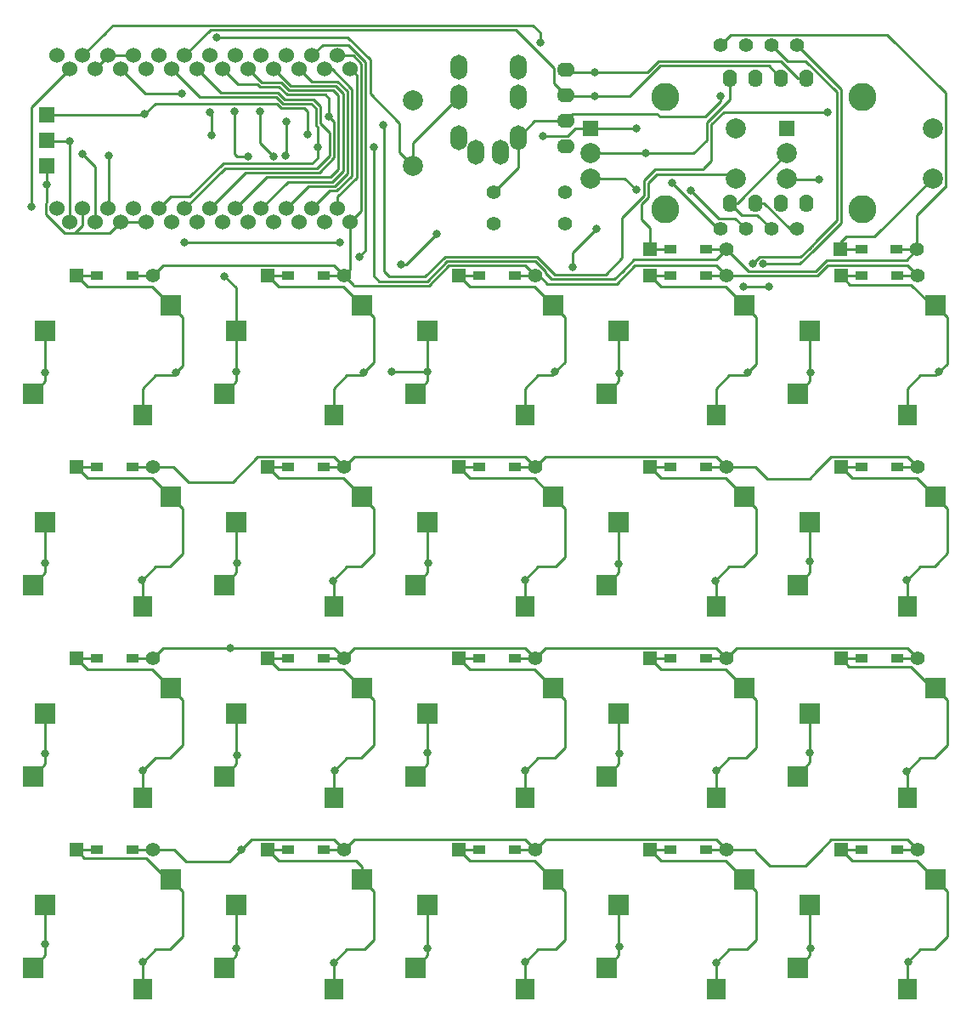
<source format=gbr>
G04 #@! TF.GenerationSoftware,KiCad,Pcbnew,(5.1.6-0-10_14)*
G04 #@! TF.CreationDate,2023-01-09T16:28:48+09:00*
G04 #@! TF.ProjectId,cool644,636f6f6c-3634-4342-9e6b-696361645f70,rev?*
G04 #@! TF.SameCoordinates,Original*
G04 #@! TF.FileFunction,Copper,L2,Bot*
G04 #@! TF.FilePolarity,Positive*
%FSLAX46Y46*%
G04 Gerber Fmt 4.6, Leading zero omitted, Abs format (unit mm)*
G04 Created by KiCad (PCBNEW (5.1.6-0-10_14)) date 2023-01-09 16:28:48*
%MOMM*%
%LPD*%
G01*
G04 APERTURE LIST*
G04 #@! TA.AperFunction,SMDPad,CuDef*
%ADD10R,2.000000X2.000000*%
G04 #@! TD*
G04 #@! TA.AperFunction,SMDPad,CuDef*
%ADD11R,1.900000X2.000000*%
G04 #@! TD*
G04 #@! TA.AperFunction,ComponentPad*
%ADD12C,1.397000*%
G04 #@! TD*
G04 #@! TA.AperFunction,ComponentPad*
%ADD13R,1.397000X1.397000*%
G04 #@! TD*
G04 #@! TA.AperFunction,SMDPad,CuDef*
%ADD14R,1.300000X0.950000*%
G04 #@! TD*
G04 #@! TA.AperFunction,ComponentPad*
%ADD15O,1.700000X2.500000*%
G04 #@! TD*
G04 #@! TA.AperFunction,ComponentPad*
%ADD16C,2.000000*%
G04 #@! TD*
G04 #@! TA.AperFunction,ComponentPad*
%ADD17O,1.778000X1.397000*%
G04 #@! TD*
G04 #@! TA.AperFunction,ComponentPad*
%ADD18C,1.524000*%
G04 #@! TD*
G04 #@! TA.AperFunction,SMDPad,CuDef*
%ADD19R,1.524000X1.524000*%
G04 #@! TD*
G04 #@! TA.AperFunction,ComponentPad*
%ADD20R,1.500000X1.500000*%
G04 #@! TD*
G04 #@! TA.AperFunction,ComponentPad*
%ADD21C,2.800000*%
G04 #@! TD*
G04 #@! TA.AperFunction,ComponentPad*
%ADD22O,1.397000X1.778000*%
G04 #@! TD*
G04 #@! TA.AperFunction,ViaPad*
%ADD23C,0.800000*%
G04 #@! TD*
G04 #@! TA.AperFunction,Conductor*
%ADD24C,0.250000*%
G04 #@! TD*
G04 APERTURE END LIST*
D10*
X-8100000Y-3700000D03*
D11*
X2800000Y-5900000D03*
D10*
X-6900000Y2540000D03*
X5600000Y5080000D03*
X30000000Y-3700000D03*
D11*
X40900000Y-5900000D03*
D10*
X31200000Y2540000D03*
X43700000Y5080000D03*
D12*
X41910000Y8000000D03*
D13*
X34290000Y8000000D03*
D14*
X36325000Y8000000D03*
X39875000Y8000000D03*
D12*
X60960000Y8000000D03*
D13*
X53340000Y8000000D03*
D14*
X55375000Y8000000D03*
X58925000Y8000000D03*
D12*
X80010000Y8000000D03*
D13*
X72390000Y8000000D03*
D14*
X74425000Y8000000D03*
X77975000Y8000000D03*
D12*
X22860000Y8000000D03*
D13*
X15240000Y8000000D03*
D14*
X17275000Y8000000D03*
X20825000Y8000000D03*
D10*
X81800000Y5080000D03*
X69300000Y2540000D03*
D11*
X79000000Y-5900000D03*
D10*
X68100000Y-3700000D03*
D15*
X34280000Y21770000D03*
X38480000Y20270000D03*
X34280000Y28770000D03*
X34280000Y25770000D03*
X40230000Y28770000D03*
X40230000Y25770000D03*
X40230000Y21770000D03*
X36030000Y20270000D03*
D16*
X29750000Y25450000D03*
X29750000Y18950000D03*
D17*
X44980000Y28510000D03*
X44980000Y25970000D03*
X44980000Y23430000D03*
X44980000Y20890000D03*
D10*
X10950000Y-3700000D03*
D11*
X21850000Y-5900000D03*
D10*
X12150000Y2540000D03*
X24650000Y5080000D03*
D12*
X3810000Y-11050000D03*
D13*
X-3810000Y-11050000D03*
D14*
X-1775000Y-11050000D03*
X1775000Y-11050000D03*
D12*
X60960000Y-11050000D03*
D13*
X53340000Y-11050000D03*
D14*
X55375000Y-11050000D03*
X58925000Y-11050000D03*
D12*
X22860000Y-49150000D03*
D13*
X15240000Y-49150000D03*
D14*
X17275000Y-49150000D03*
X20825000Y-49150000D03*
D12*
X41910000Y-11050000D03*
D13*
X34290000Y-11050000D03*
D14*
X36325000Y-11050000D03*
X39875000Y-11050000D03*
D12*
X22860000Y-11050000D03*
D13*
X15240000Y-11050000D03*
D14*
X17275000Y-11050000D03*
X20825000Y-11050000D03*
D12*
X41910000Y-49150000D03*
D13*
X34290000Y-49150000D03*
D14*
X36325000Y-49150000D03*
X39875000Y-49150000D03*
D12*
X60960000Y-49150000D03*
D13*
X53340000Y-49150000D03*
D14*
X55375000Y-49150000D03*
X58925000Y-49150000D03*
D18*
X-5728000Y14696400D03*
X-3188000Y14696400D03*
X-648000Y14696400D03*
X1892000Y14696400D03*
X4432000Y14696400D03*
X6972000Y14696400D03*
X9512000Y14696400D03*
X12052000Y14696400D03*
X14592000Y14696400D03*
X17132000Y14696400D03*
X19672000Y14696400D03*
X22212000Y14696400D03*
X22212000Y29916400D03*
X19672000Y29916400D03*
X17132000Y29916400D03*
X14592000Y29916400D03*
X12052000Y29916400D03*
X9512000Y29916400D03*
X6972000Y29916400D03*
X4432000Y29916400D03*
X1892000Y29916400D03*
X-648000Y29916400D03*
X-3188000Y29916400D03*
X-5728000Y29916400D03*
X-4458000Y13370000D03*
X-1918000Y13370000D03*
X622000Y13370000D03*
X3162000Y13370000D03*
X5702000Y13370000D03*
X8242000Y13370000D03*
X10782000Y13370000D03*
X13322000Y13370000D03*
X15862000Y13370000D03*
X18402000Y13370000D03*
X20942000Y13370000D03*
X23482000Y13370000D03*
X23482000Y28610000D03*
X20942000Y28610000D03*
X18402000Y28610000D03*
X15862000Y28610000D03*
X13322000Y28610000D03*
X10782000Y28610000D03*
X8242000Y28610000D03*
X5702000Y28610000D03*
X3162000Y28610000D03*
X622000Y28610000D03*
X-1918000Y28610000D03*
X-4458000Y28610000D03*
D12*
X79990000Y10640000D03*
D13*
X72370000Y10640000D03*
D14*
X74405000Y10640000D03*
X77955000Y10640000D03*
D10*
X68100000Y-41800000D03*
D11*
X79000000Y-44000000D03*
D10*
X69300000Y-35560000D03*
X81800000Y-33020000D03*
D12*
X60960000Y-30100000D03*
D13*
X53340000Y-30100000D03*
D14*
X55375000Y-30100000D03*
X58925000Y-30100000D03*
D10*
X-8100000Y-22750000D03*
D11*
X2800000Y-24950000D03*
D10*
X-6900000Y-16510000D03*
X5600000Y-13970000D03*
X24650000Y-52070000D03*
X12150000Y-54610000D03*
D11*
X21850000Y-63050000D03*
D10*
X10950000Y-60850000D03*
X30000000Y-60850000D03*
D11*
X40900000Y-63050000D03*
D10*
X31200000Y-54610000D03*
X43700000Y-52070000D03*
X62750000Y-52070000D03*
X50250000Y-54610000D03*
D11*
X59950000Y-63050000D03*
D10*
X49050000Y-60850000D03*
X68100000Y-60850000D03*
D11*
X79000000Y-63050000D03*
D10*
X69300000Y-54610000D03*
X81800000Y-52070000D03*
X5600000Y-52070000D03*
X-6900000Y-54610000D03*
D11*
X2800000Y-63050000D03*
D10*
X-8100000Y-60850000D03*
X10950000Y-22750000D03*
D11*
X21850000Y-24950000D03*
D10*
X12150000Y-16510000D03*
X24650000Y-13970000D03*
X43700000Y-13970000D03*
X31200000Y-16510000D03*
D11*
X40900000Y-24950000D03*
D10*
X30000000Y-22750000D03*
X62750000Y-13970000D03*
X50250000Y-16510000D03*
D11*
X59950000Y-24950000D03*
D10*
X49050000Y-22750000D03*
X81800000Y-13970000D03*
X69300000Y-16510000D03*
D11*
X79000000Y-24950000D03*
D10*
X68100000Y-22750000D03*
X-8100000Y-41800000D03*
D11*
X2800000Y-44000000D03*
D10*
X-6900000Y-35560000D03*
X5600000Y-33020000D03*
X24650000Y-33020000D03*
X12150000Y-35560000D03*
D11*
X21850000Y-44000000D03*
D10*
X10950000Y-41800000D03*
X30000000Y-41800000D03*
D11*
X40900000Y-44000000D03*
D10*
X31200000Y-35560000D03*
X43700000Y-33020000D03*
X62750000Y-33020000D03*
X50250000Y-35560000D03*
D11*
X59950000Y-44000000D03*
D10*
X49050000Y-41800000D03*
D12*
X3810000Y-30100000D03*
D13*
X-3810000Y-30100000D03*
D14*
X-1775000Y-30100000D03*
X1775000Y-30100000D03*
X58975000Y10620000D03*
X55425000Y10620000D03*
D13*
X53390000Y10620000D03*
D12*
X61010000Y10620000D03*
X41910000Y-30100000D03*
D13*
X34290000Y-30100000D03*
D14*
X36325000Y-30100000D03*
X39875000Y-30100000D03*
D12*
X22860000Y-30100000D03*
D13*
X15240000Y-30100000D03*
D14*
X17275000Y-30100000D03*
X20825000Y-30100000D03*
D12*
X80010000Y-11050000D03*
D13*
X72390000Y-11050000D03*
D14*
X74425000Y-11050000D03*
X77975000Y-11050000D03*
D12*
X3810000Y8000000D03*
D13*
X-3810000Y8000000D03*
D14*
X-1775000Y8000000D03*
X1775000Y8000000D03*
D10*
X49050000Y-3700000D03*
D11*
X59950000Y-5900000D03*
D10*
X50250000Y2540000D03*
X62750000Y5080000D03*
D19*
X-6750000Y24070000D03*
X-6750000Y21530000D03*
X-6750000Y18990000D03*
D12*
X80010000Y-49150000D03*
D13*
X72390000Y-49150000D03*
D14*
X74425000Y-49150000D03*
X77975000Y-49150000D03*
D12*
X3810000Y-49150000D03*
D13*
X-3810000Y-49150000D03*
D14*
X-1775000Y-49150000D03*
X1775000Y-49150000D03*
D12*
X80010000Y-30100000D03*
D13*
X72390000Y-30100000D03*
D14*
X74425000Y-30100000D03*
X77975000Y-30100000D03*
D20*
X47420000Y22700000D03*
D16*
X47420000Y20200000D03*
X47420000Y17700000D03*
D21*
X54920000Y25800000D03*
X54920000Y14600000D03*
D16*
X61920000Y22700000D03*
X61920000Y17700000D03*
X81525001Y17700000D03*
X81525001Y22700000D03*
D21*
X74525001Y14600000D03*
X74525001Y25800000D03*
D16*
X67025001Y17700000D03*
X67025001Y20200000D03*
D20*
X67025001Y22700000D03*
D12*
X67970000Y12660000D03*
X65430000Y12660000D03*
X62890000Y12660000D03*
X60350000Y12660000D03*
D22*
X61314000Y15260000D03*
X63854000Y15260000D03*
X66394000Y15260000D03*
X68934000Y15260000D03*
X63854000Y27706000D03*
X66394000Y27706000D03*
X68934000Y27706000D03*
X61314000Y27706000D03*
D12*
X44920500Y16344239D03*
X37808500Y16344239D03*
X37808500Y13194239D03*
X44920500Y13194239D03*
X60370000Y30990000D03*
X62910000Y30990000D03*
X65450000Y30990000D03*
X67990000Y30990000D03*
D23*
X6130500Y-1620500D03*
X24840000Y-1610000D03*
X43918501Y-1568501D03*
X63110000Y-1630000D03*
X82150000Y-1570000D03*
X2759499Y-22289499D03*
X21775000Y-22335000D03*
X40900000Y-22320000D03*
X59885000Y-22385000D03*
X78969499Y-22279499D03*
X2854499Y-41244499D03*
X21914499Y-41234499D03*
X40920000Y-41270000D03*
X59984499Y-41264499D03*
X78974499Y-41324499D03*
X2834499Y-60314499D03*
X21854499Y-60344499D03*
X40929499Y-60319499D03*
X59925000Y-60345000D03*
X79064499Y-60284499D03*
X24396000Y9916000D03*
X11523501Y-29076499D03*
X12615000Y-49145000D03*
X-6900000Y-1640000D03*
X-6900000Y-20620000D03*
X-6900000Y-39580000D03*
X-6900000Y-58530000D03*
X32090000Y12185020D03*
X28560000Y9120000D03*
X22460000Y11310000D03*
X6972000Y11308000D03*
X12150000Y-1570000D03*
X12224999Y-20585001D03*
X12224999Y-39695001D03*
X12150000Y-58930000D03*
X10970000Y7980000D03*
X26810000Y23020000D03*
X21360000Y23890000D03*
X71090000Y24270000D03*
X31200000Y-1580000D03*
X31274999Y-20615001D03*
X31200000Y-39450000D03*
X31200000Y-58960000D03*
X27620000Y-1550000D03*
X45670000Y8870000D03*
X48020000Y12680000D03*
X50324999Y-1715001D03*
X50250000Y-20680000D03*
X50324999Y-39595001D03*
X50324999Y-58755001D03*
X63637347Y9175010D03*
X-8290000Y14920000D03*
X-6750000Y17060000D03*
X10160000Y31760000D03*
X52930000Y20200000D03*
X-3190000Y20130000D03*
X42410000Y31255000D03*
X3020000Y24080000D03*
X19260000Y22070000D03*
X60360000Y25860000D03*
X-4458000Y21418000D03*
X69374999Y-1645001D03*
X69300000Y-20430000D03*
X69300000Y-39480000D03*
X69374999Y-58925001D03*
X62710000Y6960000D03*
X65180000Y6960000D03*
X64640000Y9175010D03*
X25810000Y20800000D03*
X20260000Y20800000D03*
X47860000Y25900000D03*
X47890000Y28290000D03*
X12000000Y24370000D03*
X13320000Y19905567D03*
X52000000Y16560000D03*
X57450000Y16530000D03*
X9710000Y22030000D03*
X9512000Y24262000D03*
X42673510Y21913510D03*
X55560000Y17255000D03*
X52000000Y22700000D03*
X14540000Y24410000D03*
X15862000Y19905567D03*
X17100000Y23375000D03*
X17080000Y19940000D03*
X70250000Y17590000D03*
X-570000Y19930000D03*
X6740000Y26150000D03*
D24*
X4123999Y-1874999D02*
X2800000Y-3198998D01*
X2800000Y-3198998D02*
X2800000Y-5900000D01*
X5876001Y-1874999D02*
X4123999Y-1874999D01*
X6775001Y-975999D02*
X6130500Y-1620500D01*
X6775001Y3904999D02*
X6775001Y-975999D01*
X5600000Y5080000D02*
X6775001Y3904999D01*
X6130500Y-1620500D02*
X5876001Y-1874999D01*
X-2715001Y6905001D02*
X-3810000Y8000000D01*
X3774999Y6905001D02*
X-2715001Y6905001D01*
X5600000Y5080000D02*
X3774999Y6905001D01*
X-3810000Y8000000D02*
X-1775000Y8000000D01*
X24562003Y-1874999D02*
X23173999Y-1874999D01*
X21850000Y-3198998D02*
X21850000Y-5900000D01*
X23173999Y-1874999D02*
X21850000Y-3198998D01*
X25825001Y-612001D02*
X24562003Y-1874999D01*
X25825001Y3904999D02*
X25825001Y-612001D01*
X24650000Y5080000D02*
X25825001Y3904999D01*
X16334999Y6905001D02*
X15240000Y8000000D01*
X22824999Y6905001D02*
X16334999Y6905001D01*
X24650000Y5080000D02*
X22824999Y6905001D01*
X15240000Y8000000D02*
X17275000Y8000000D01*
X40900000Y-3198998D02*
X40900000Y-5900000D01*
X44875001Y-612001D02*
X43918501Y-1568501D01*
X42223999Y-1874999D02*
X40900000Y-3198998D01*
X43612003Y-1874999D02*
X42223999Y-1874999D01*
X44875001Y3904999D02*
X44875001Y-612001D01*
X43700000Y5080000D02*
X44875001Y3904999D01*
X43918501Y-1568501D02*
X43612003Y-1874999D01*
X35384999Y6905001D02*
X34290000Y8000000D01*
X41874999Y6905001D02*
X35384999Y6905001D01*
X43700000Y5080000D02*
X41874999Y6905001D01*
X34290000Y8000000D02*
X36325000Y8000000D01*
X59950000Y-3198998D02*
X59950000Y-5900000D01*
X61273999Y-1874999D02*
X59950000Y-3198998D01*
X62865001Y-1874999D02*
X61273999Y-1874999D01*
X63925001Y3904999D02*
X63925001Y-814999D01*
X63925001Y-814999D02*
X62865001Y-1874999D01*
X62750000Y5080000D02*
X63925001Y3904999D01*
X54434999Y6905001D02*
X53340000Y8000000D01*
X60924999Y6905001D02*
X54434999Y6905001D01*
X62750000Y5080000D02*
X60924999Y6905001D01*
X53340000Y8000000D02*
X55375000Y8000000D01*
X79000000Y-3198998D02*
X79000000Y-5900000D01*
X80323999Y-1874999D02*
X79000000Y-3198998D01*
X81845001Y-1874999D02*
X80323999Y-1874999D01*
X82975001Y-744999D02*
X82150000Y-1570000D01*
X82975001Y3904999D02*
X82975001Y-744999D01*
X81800000Y5080000D02*
X82975001Y3904999D01*
X82150000Y-1570000D02*
X81845001Y-1874999D01*
X73260000Y7130000D02*
X72390000Y8000000D01*
X79391002Y7130000D02*
X73260000Y7130000D01*
X81441002Y5080000D02*
X79391002Y7130000D01*
X81800000Y5080000D02*
X81441002Y5080000D01*
X72390000Y8000000D02*
X74425000Y8000000D01*
X5495001Y-20924999D02*
X4123999Y-20924999D01*
X6775001Y-19644999D02*
X5495001Y-20924999D01*
X2800000Y-22248998D02*
X2800000Y-24950000D01*
X4123999Y-20924999D02*
X2800000Y-22248998D01*
X6775001Y-15145001D02*
X6775001Y-19644999D01*
X5600000Y-13970000D02*
X6775001Y-15145001D01*
X-2715001Y-12144999D02*
X-3810000Y-11050000D01*
X3774999Y-12144999D02*
X-2715001Y-12144999D01*
X5600000Y-13970000D02*
X3774999Y-12144999D01*
X-3810000Y-11050000D02*
X-1775000Y-11050000D01*
X21850000Y-22248998D02*
X21850000Y-24950000D01*
X23173999Y-20924999D02*
X21850000Y-22248998D01*
X24562003Y-20924999D02*
X23173999Y-20924999D01*
X25825001Y-15145001D02*
X25825001Y-19662001D01*
X25825001Y-19662001D02*
X24562003Y-20924999D01*
X24650000Y-13970000D02*
X25825001Y-15145001D01*
X22824999Y-12144999D02*
X16334999Y-12144999D01*
X16334999Y-12144999D02*
X15240000Y-11050000D01*
X24650000Y-13970000D02*
X22824999Y-12144999D01*
X15240000Y-11050000D02*
X17275000Y-11050000D01*
X40900000Y-22248998D02*
X40900000Y-22320000D01*
X43935001Y-20924999D02*
X42223999Y-20924999D01*
X44875001Y-15145001D02*
X44875001Y-19984999D01*
X42223999Y-20924999D02*
X40900000Y-22248998D01*
X44875001Y-19984999D02*
X43935001Y-20924999D01*
X43700000Y-13970000D02*
X44875001Y-15145001D01*
X40900000Y-22320000D02*
X40900000Y-24950000D01*
X35384999Y-12144999D02*
X34290000Y-11050000D01*
X34290000Y-11050000D02*
X36325000Y-11050000D01*
X43660002Y-13970000D02*
X41835001Y-12144999D01*
X43700000Y-13970000D02*
X43660002Y-13970000D01*
X41835001Y-12144999D02*
X35384999Y-12144999D01*
X59950000Y-22248998D02*
X59950000Y-24950000D01*
X62662003Y-20924999D02*
X61273999Y-20924999D01*
X63925001Y-19662001D02*
X62662003Y-20924999D01*
X61273999Y-20924999D02*
X59950000Y-22248998D01*
X63925001Y-15145001D02*
X63925001Y-19662001D01*
X62750000Y-13970000D02*
X63925001Y-15145001D01*
X54434999Y-12144999D02*
X53340000Y-11050000D01*
X60924999Y-12144999D02*
X54434999Y-12144999D01*
X62750000Y-13970000D02*
X60924999Y-12144999D01*
X53340000Y-11050000D02*
X55375000Y-11050000D01*
X83025001Y-15195001D02*
X81800000Y-13970000D01*
X83025001Y-19612001D02*
X83025001Y-15195001D01*
X80323999Y-20924999D02*
X81712003Y-20924999D01*
X81712003Y-20924999D02*
X81998501Y-20638501D01*
X79000000Y-22248998D02*
X80323999Y-20924999D01*
X79000000Y-24950000D02*
X79000000Y-22248998D01*
X81998501Y-20638501D02*
X83025001Y-19612001D01*
X73484999Y-12144999D02*
X72390000Y-11050000D01*
X79974999Y-12144999D02*
X73484999Y-12144999D01*
X81800000Y-13970000D02*
X79974999Y-12144999D01*
X72390000Y-11050000D02*
X74425000Y-11050000D01*
X2800000Y-41298998D02*
X2800000Y-44000000D01*
X4123999Y-39974999D02*
X2854499Y-41244499D01*
X5512003Y-39974999D02*
X4123999Y-39974999D01*
X6775001Y-38712001D02*
X5512003Y-39974999D01*
X6775001Y-34195001D02*
X6775001Y-38712001D01*
X5600000Y-33020000D02*
X6775001Y-34195001D01*
X2854499Y-41244499D02*
X2800000Y-41298998D01*
X-2715001Y-31194999D02*
X-3810000Y-30100000D01*
X3774999Y-31194999D02*
X-2715001Y-31194999D01*
X5600000Y-33020000D02*
X3774999Y-31194999D01*
X-3810000Y-30100000D02*
X-1775000Y-30100000D01*
X21850000Y-41298998D02*
X21850000Y-44000000D01*
X23173999Y-39974999D02*
X21914499Y-41234499D01*
X25825001Y-38712001D02*
X24562003Y-39974999D01*
X25825001Y-34195001D02*
X25825001Y-38712001D01*
X24562003Y-39974999D02*
X23173999Y-39974999D01*
X24650000Y-33020000D02*
X25825001Y-34195001D01*
X21914499Y-41234499D02*
X21850000Y-41298998D01*
X16334999Y-31194999D02*
X15240000Y-30100000D01*
X22824999Y-31194999D02*
X16334999Y-31194999D01*
X24650000Y-33020000D02*
X22824999Y-31194999D01*
X15240000Y-30100000D02*
X17275000Y-30100000D01*
X40900000Y-41298998D02*
X40900000Y-44000000D01*
X42223999Y-39974999D02*
X40900000Y-41298998D01*
X43865001Y-39974999D02*
X42223999Y-39974999D01*
X44875001Y-38964999D02*
X43865001Y-39974999D01*
X44875001Y-34195001D02*
X44875001Y-38964999D01*
X43700000Y-33020000D02*
X44875001Y-34195001D01*
X41874999Y-31194999D02*
X35384999Y-31194999D01*
X35384999Y-31194999D02*
X34290000Y-30100000D01*
X43700000Y-33020000D02*
X41874999Y-31194999D01*
X34290000Y-30100000D02*
X36325000Y-30100000D01*
X59950000Y-41298998D02*
X59950000Y-44000000D01*
X61273999Y-39974999D02*
X59950000Y-41298998D01*
X63925001Y-38964999D02*
X62915001Y-39974999D01*
X62915001Y-39974999D02*
X61273999Y-39974999D01*
X63925001Y-34195001D02*
X63925001Y-38964999D01*
X62750000Y-33020000D02*
X63925001Y-34195001D01*
X60924999Y-31194999D02*
X54434999Y-31194999D01*
X54434999Y-31194999D02*
X53340000Y-30100000D01*
X62750000Y-33020000D02*
X60924999Y-31194999D01*
X53340000Y-30100000D02*
X55375000Y-30100000D01*
X79000000Y-41298998D02*
X79000000Y-44000000D01*
X80323999Y-39974999D02*
X79000000Y-41298998D01*
X81712003Y-39974999D02*
X80323999Y-39974999D01*
X82975001Y-34195001D02*
X82975001Y-38712001D01*
X82975001Y-38712001D02*
X81712003Y-39974999D01*
X81800000Y-33020000D02*
X82975001Y-34195001D01*
X73190001Y-30900001D02*
X72390000Y-30100000D01*
X79321003Y-30900001D02*
X73190001Y-30900001D01*
X81441002Y-33020000D02*
X79321003Y-30900001D01*
X81800000Y-33020000D02*
X81441002Y-33020000D01*
X72390000Y-30100000D02*
X74425000Y-30100000D01*
X2800000Y-60348998D02*
X2800000Y-63050000D01*
X4123999Y-59024999D02*
X2800000Y-60348998D01*
X6775001Y-53245001D02*
X6775001Y-57762001D01*
X5512003Y-59024999D02*
X4123999Y-59024999D01*
X6775001Y-57762001D02*
X5512003Y-59024999D01*
X5600000Y-52070000D02*
X6775001Y-53245001D01*
X3121003Y-49950001D02*
X-3009999Y-49950001D01*
X-3009999Y-49950001D02*
X-3810000Y-49150000D01*
X5241002Y-52070000D02*
X3121003Y-49950001D01*
X5600000Y-52070000D02*
X5241002Y-52070000D01*
X-3810000Y-49150000D02*
X-1775000Y-49150000D01*
X21850000Y-60348998D02*
X21850000Y-63050000D01*
X23173999Y-59024999D02*
X21854499Y-60344499D01*
X24926001Y-59024999D02*
X23173999Y-59024999D01*
X25825001Y-58125999D02*
X24926001Y-59024999D01*
X25825001Y-53245001D02*
X25825001Y-58125999D01*
X24650000Y-52070000D02*
X25825001Y-53245001D01*
X21854499Y-60344499D02*
X21850000Y-60348998D01*
X16334999Y-50244999D02*
X15240000Y-49150000D01*
X24074999Y-50244999D02*
X16334999Y-50244999D01*
X24650000Y-50820000D02*
X24074999Y-50244999D01*
X24650000Y-52070000D02*
X24650000Y-50820000D01*
X15240000Y-49150000D02*
X17275000Y-49150000D01*
X40900000Y-60348998D02*
X40900000Y-63050000D01*
X42223999Y-59024999D02*
X40900000Y-60348998D01*
X43976001Y-59024999D02*
X42223999Y-59024999D01*
X44875001Y-58125999D02*
X43976001Y-59024999D01*
X44875001Y-53245001D02*
X44875001Y-58125999D01*
X43700000Y-52070000D02*
X44875001Y-53245001D01*
X35384999Y-50244999D02*
X34290000Y-49150000D01*
X41874999Y-50244999D02*
X35384999Y-50244999D01*
X43700000Y-52070000D02*
X41874999Y-50244999D01*
X34290000Y-49150000D02*
X36325000Y-49150000D01*
X59950000Y-60348998D02*
X59950000Y-63050000D01*
X61273999Y-59024999D02*
X59950000Y-60348998D01*
X63026001Y-59024999D02*
X61273999Y-59024999D01*
X63925001Y-58125999D02*
X63026001Y-59024999D01*
X63925001Y-53245001D02*
X63925001Y-58125999D01*
X62750000Y-52070000D02*
X63925001Y-53245001D01*
X62750000Y-52070000D02*
X60924999Y-50244999D01*
X54434999Y-50244999D02*
X53340000Y-49150000D01*
X60924999Y-50244999D02*
X54434999Y-50244999D01*
X53340000Y-49150000D02*
X55375000Y-49150000D01*
X79000000Y-60348998D02*
X79000000Y-63050000D01*
X80323999Y-59024999D02*
X79000000Y-60348998D01*
X81712003Y-59024999D02*
X80323999Y-59024999D01*
X82975001Y-57762001D02*
X81712003Y-59024999D01*
X82975001Y-53245001D02*
X82975001Y-57762001D01*
X81800000Y-52070000D02*
X82975001Y-53245001D01*
X73484999Y-50244999D02*
X72390000Y-49150000D01*
X79974999Y-50244999D02*
X73484999Y-50244999D01*
X81800000Y-52070000D02*
X79974999Y-50244999D01*
X72390000Y-49150000D02*
X74425000Y-49150000D01*
X1775000Y8000000D02*
X3810000Y8000000D01*
X20825000Y8000000D02*
X22860000Y8000000D01*
X39875000Y8000000D02*
X41910000Y8000000D01*
X58925000Y8000000D02*
X60960000Y8000000D01*
X4833501Y9023501D02*
X3810000Y8000000D01*
X21836499Y9023501D02*
X4833501Y9023501D01*
X22860000Y8000000D02*
X21836499Y9023501D01*
X23482000Y8622000D02*
X22860000Y8000000D01*
X23482000Y13370000D02*
X23482000Y8622000D01*
X24569001Y29131761D02*
X23784362Y29916400D01*
X24569001Y14457001D02*
X24569001Y29131761D01*
X23784362Y29916400D02*
X22212000Y29916400D01*
X23482000Y13370000D02*
X24569001Y14457001D01*
X59936499Y9023501D02*
X60960000Y8000000D01*
X42340000Y8000000D02*
X43120000Y7220000D01*
X51873501Y9023501D02*
X59936499Y9023501D01*
X41910000Y8000000D02*
X42340000Y8000000D01*
X50070000Y7220000D02*
X51873501Y9023501D01*
X43120000Y7220000D02*
X50070000Y7220000D01*
X40886499Y9023501D02*
X33331499Y9023501D01*
X33331499Y9023501D02*
X31327998Y7020000D01*
X41910000Y8000000D02*
X40886499Y9023501D01*
X23840000Y7020000D02*
X23780000Y7080000D01*
X31327998Y7020000D02*
X23840000Y7020000D01*
X23780000Y7080000D02*
X22860000Y8000000D01*
X80010000Y8000000D02*
X77975000Y8000000D01*
X71093501Y9023501D02*
X78986499Y9023501D01*
X70070000Y8000000D02*
X71093501Y9023501D01*
X78986499Y9023501D02*
X80010000Y8000000D01*
X60960000Y8000000D02*
X70070000Y8000000D01*
X77975000Y-11050000D02*
X80010000Y-11050000D01*
X58925000Y-11050000D02*
X60960000Y-11050000D01*
X39875000Y-11050000D02*
X41910000Y-11050000D01*
X20825000Y-11050000D02*
X22860000Y-11050000D01*
X1775000Y-11050000D02*
X3810000Y-11050000D01*
X3810000Y-11050000D02*
X5880000Y-11050000D01*
X5880000Y-11050000D02*
X7360000Y-12530000D01*
X11777998Y-12530000D02*
X14281499Y-10026499D01*
X21836499Y-10026499D02*
X22860000Y-11050000D01*
X14281499Y-10026499D02*
X21836499Y-10026499D01*
X7360000Y-12530000D02*
X11777998Y-12530000D01*
X40886499Y-10026499D02*
X41910000Y-11050000D01*
X23883501Y-10026499D02*
X40886499Y-10026499D01*
X22860000Y-11050000D02*
X23883501Y-10026499D01*
X59936499Y-10026499D02*
X60960000Y-11050000D01*
X42933501Y-10026499D02*
X59936499Y-10026499D01*
X41910000Y-11050000D02*
X42933501Y-10026499D01*
X60960000Y-11050000D02*
X63870000Y-11050000D01*
X63870000Y-11050000D02*
X65030000Y-12210000D01*
X78986499Y-10026499D02*
X80010000Y-11050000D01*
X71431499Y-10026499D02*
X78986499Y-10026499D01*
X69983999Y-11473999D02*
X69976001Y-11473999D01*
X65030000Y-12210000D02*
X69240000Y-12210000D01*
X69976001Y-11473999D02*
X69240000Y-12210000D01*
X69983999Y-11473999D02*
X71431499Y-10026499D01*
X24396000Y9916000D02*
X25019011Y10539011D01*
X23333771Y31003401D02*
X20759001Y31003401D01*
X25019010Y29318162D02*
X23333771Y31003401D01*
X20759001Y31003401D02*
X19672000Y29916400D01*
X25019011Y10539011D02*
X25019010Y29318162D01*
X1775000Y-30100000D02*
X3810000Y-30100000D01*
X20825000Y-30100000D02*
X22860000Y-30100000D01*
X39875000Y-30100000D02*
X41910000Y-30100000D01*
X58925000Y-30100000D02*
X60960000Y-30100000D01*
X77975000Y-30100000D02*
X80010000Y-30100000D01*
X61983501Y-29076499D02*
X60960000Y-30100000D01*
X78986499Y-29076499D02*
X61983501Y-29076499D01*
X80010000Y-30100000D02*
X78986499Y-29076499D01*
X42933501Y-29076499D02*
X41910000Y-30100000D01*
X59936499Y-29076499D02*
X42933501Y-29076499D01*
X60960000Y-30100000D02*
X59936499Y-29076499D01*
X23883501Y-29076499D02*
X22860000Y-30100000D01*
X40886499Y-29076499D02*
X23883501Y-29076499D01*
X41910000Y-30100000D02*
X40886499Y-29076499D01*
X4833501Y-29076499D02*
X3810000Y-30100000D01*
X22860000Y-30100000D02*
X21836499Y-29076499D01*
X11523501Y-29076499D02*
X4833501Y-29076499D01*
X21836499Y-29076499D02*
X11523501Y-29076499D01*
X17276127Y17380527D02*
X14592000Y14696400D01*
X21734117Y17380527D02*
X17276127Y17380527D01*
X15862000Y28610000D02*
X17551010Y26920990D01*
X22009010Y26920990D02*
X22768961Y26161039D01*
X22768961Y18415371D02*
X21734117Y17380527D01*
X22768961Y26161039D02*
X22768961Y18415371D01*
X17551010Y26920990D02*
X22009010Y26920990D01*
X77975000Y-49150000D02*
X80010000Y-49150000D01*
X58925000Y-49150000D02*
X60960000Y-49150000D01*
X39875000Y-49150000D02*
X41910000Y-49150000D01*
X20825000Y-49150000D02*
X22860000Y-49150000D01*
X1775000Y-49150000D02*
X3810000Y-49150000D01*
X3810000Y-49150000D02*
X5980000Y-49150000D01*
X5980000Y-49150000D02*
X7100000Y-50270000D01*
X7100000Y-50270000D02*
X11490000Y-50270000D01*
X21836499Y-48126499D02*
X22860000Y-49150000D01*
X13633501Y-48126499D02*
X21836499Y-48126499D01*
X40886499Y-48126499D02*
X41910000Y-49150000D01*
X23883501Y-48126499D02*
X40886499Y-48126499D01*
X22860000Y-49150000D02*
X23883501Y-48126499D01*
X42933501Y-48126499D02*
X59936499Y-48126499D01*
X59936499Y-48126499D02*
X60960000Y-49150000D01*
X41910000Y-49150000D02*
X42933501Y-48126499D01*
X12615000Y-49145000D02*
X13633501Y-48126499D01*
X11490000Y-50270000D02*
X12615000Y-49145000D01*
X22318951Y18601771D02*
X21547717Y17830537D01*
X22318951Y25974639D02*
X22318951Y18601771D01*
X17364610Y26470980D02*
X21822610Y26470980D01*
X21822610Y26470980D02*
X22318951Y25974639D01*
X21547717Y17830537D02*
X15186137Y17830537D01*
X16589590Y27246000D02*
X17364610Y26470980D01*
X14686000Y27246000D02*
X16589590Y27246000D01*
X15186137Y17830537D02*
X12052000Y14696400D01*
X13322000Y28610000D02*
X14686000Y27246000D01*
X78986499Y-48126499D02*
X80010000Y-49150000D01*
X71431499Y-48126499D02*
X78986499Y-48126499D01*
X70383999Y-49173999D02*
X71431499Y-48126499D01*
X68860000Y-50700000D02*
X70383999Y-49176001D01*
X65300000Y-50700000D02*
X68860000Y-50700000D01*
X70383999Y-49176001D02*
X70383999Y-49173999D01*
X63870000Y-49270000D02*
X65300000Y-50700000D01*
X63870000Y-49150000D02*
X63870000Y-49270000D01*
X60960000Y-49150000D02*
X63870000Y-49150000D01*
X-6900000Y-59650000D02*
X-8100000Y-60850000D01*
X-6900000Y-54610000D02*
X-6900000Y-58530000D01*
X-6900000Y-40600000D02*
X-8100000Y-41800000D01*
X-6900000Y-35560000D02*
X-6900000Y-39580000D01*
X-6900000Y-21550000D02*
X-8100000Y-22750000D01*
X-6900000Y-16510000D02*
X-6900000Y-20620000D01*
X-6900000Y-2500000D02*
X-8100000Y-3700000D01*
X-6900000Y2540000D02*
X-6900000Y-1640000D01*
X-6900000Y-1640000D02*
X-6900000Y-2500000D01*
X-6900000Y-20620000D02*
X-6900000Y-21550000D01*
X-6900000Y-39580000D02*
X-6900000Y-40600000D01*
X-6900000Y-58530000D02*
X-6900000Y-59650000D01*
X11006157Y18730557D02*
X6972000Y14696400D01*
X21418931Y22241069D02*
X21418931Y19978931D01*
X20170557Y18730557D02*
X11006157Y18730557D01*
X20500000Y23160000D02*
X21418931Y22241069D01*
X20500000Y24880000D02*
X20500000Y23160000D01*
X19809040Y25570960D02*
X20500000Y24880000D01*
X16991810Y25570960D02*
X19809040Y25570960D01*
X16312770Y26250000D02*
X16991810Y25570960D01*
X10602000Y26250000D02*
X16312770Y26250000D01*
X21418931Y19978931D02*
X20170557Y18730557D01*
X8242000Y28610000D02*
X10602000Y26250000D01*
X32090000Y12185020D02*
X29024980Y9120000D01*
X29024980Y9120000D02*
X28560000Y9120000D01*
X6974000Y11310000D02*
X6972000Y11308000D01*
X22460000Y11310000D02*
X6974000Y11310000D01*
X12150000Y-59650000D02*
X10950000Y-60850000D01*
X12150000Y-54610000D02*
X12150000Y-58930000D01*
X12150000Y-40600000D02*
X10950000Y-41800000D01*
X12150000Y-35560000D02*
X12150000Y-40600000D01*
X12150000Y-21550000D02*
X10950000Y-22750000D01*
X12150000Y-16510000D02*
X12150000Y-21550000D01*
X12150000Y-2500000D02*
X10950000Y-3700000D01*
X12150000Y2540000D02*
X12150000Y-1570000D01*
X12150000Y-1570000D02*
X12150000Y-2500000D01*
X12150000Y-58930000D02*
X12150000Y-59650000D01*
X12150000Y6800000D02*
X12150000Y2540000D01*
X10970000Y7980000D02*
X12150000Y6800000D01*
X21868941Y19758941D02*
X21868941Y23381059D01*
X20390547Y18280547D02*
X21868941Y19758941D01*
X13096147Y18280547D02*
X20390547Y18280547D01*
X9512000Y14696400D02*
X13096147Y18280547D01*
X21868941Y23381059D02*
X21360000Y23890000D01*
X21360000Y25680000D02*
X21360000Y23890000D01*
X17178210Y26020970D02*
X21019030Y26020970D01*
X14499600Y26795990D02*
X16403190Y26795990D01*
X14229590Y27066000D02*
X14499600Y26795990D01*
X16403190Y26795990D02*
X17178210Y26020970D01*
X21019030Y26020970D02*
X21360000Y25680000D01*
X12326000Y27066000D02*
X14229590Y27066000D01*
X10782000Y28610000D02*
X12326000Y27066000D01*
X50583999Y9796001D02*
X50583999Y13823999D01*
X43916193Y8144999D02*
X48932997Y8144999D01*
X32958699Y9923519D02*
X42137673Y9923519D01*
X26810000Y23020000D02*
X26830000Y23000000D01*
X48932997Y8144999D02*
X50583999Y9796001D01*
X27359980Y7920020D02*
X30955198Y7920020D01*
X26830000Y8450000D02*
X27359980Y7920020D01*
X26830000Y23000000D02*
X26830000Y8450000D01*
X52765000Y17475000D02*
X53860000Y18570000D01*
X50583999Y13823999D02*
X52765000Y16005000D01*
X52765000Y16005000D02*
X52765000Y17475000D01*
X42137673Y9923519D02*
X43916193Y8144999D01*
X30955198Y7920020D02*
X32958699Y9923519D01*
X64820000Y24290000D02*
X60700000Y24290000D01*
X60700000Y24290000D02*
X59480000Y23070000D01*
X59480000Y19470000D02*
X58720000Y18710000D01*
X59480000Y23070000D02*
X59480000Y19470000D01*
X58710000Y18570000D02*
X55510000Y18570000D01*
X58720000Y18710000D02*
X58720000Y18580000D01*
X58720000Y18580000D02*
X58710000Y18570000D01*
X55510000Y18570000D02*
X56730000Y18570000D01*
X53860000Y18570000D02*
X55510000Y18570000D01*
X71070000Y24290000D02*
X71090000Y24270000D01*
X64820000Y24290000D02*
X71070000Y24290000D01*
X31200000Y-59650000D02*
X30000000Y-60850000D01*
X31200000Y-54610000D02*
X31200000Y-58960000D01*
X31200000Y-40600000D02*
X30000000Y-41800000D01*
X31200000Y-35560000D02*
X31200000Y-39450000D01*
X31200000Y-21550000D02*
X30000000Y-22750000D01*
X31200000Y-16510000D02*
X31200000Y-21550000D01*
X31200000Y-2500000D02*
X30000000Y-3700000D01*
X31200000Y2540000D02*
X31200000Y-1580000D01*
X31200000Y-1580000D02*
X31200000Y-2500000D01*
X31200000Y-39450000D02*
X31200000Y-40600000D01*
X31200000Y-58960000D02*
X31200000Y-59650000D01*
X31170000Y-1550000D02*
X31200000Y-1580000D01*
X27620000Y-1550000D02*
X31170000Y-1550000D01*
X45680000Y8880000D02*
X45670000Y8870000D01*
X19366117Y16930517D02*
X17132000Y14696400D01*
X23020000Y18030000D02*
X21920517Y16930517D01*
X23087180Y18030000D02*
X23020000Y18030000D01*
X23218971Y18161791D02*
X23087180Y18030000D01*
X23218971Y26391029D02*
X23218971Y18161791D01*
X22239000Y27371000D02*
X23218971Y26391029D01*
X21920517Y16930517D02*
X19366117Y16930517D01*
X19641000Y27371000D02*
X22239000Y27371000D01*
X18402000Y28610000D02*
X19641000Y27371000D01*
X45740000Y8940000D02*
X45670000Y8870000D01*
X45670000Y10330000D02*
X45670000Y8870000D01*
X48020000Y12680000D02*
X45670000Y10330000D01*
X50250000Y-59650000D02*
X49050000Y-60850000D01*
X50250000Y-54610000D02*
X50250000Y-59650000D01*
X50250000Y-40600000D02*
X49050000Y-41800000D01*
X50250000Y-35560000D02*
X50250000Y-40600000D01*
X50250000Y-21550000D02*
X49050000Y-22750000D01*
X50250000Y-16510000D02*
X50250000Y-20680000D01*
X50250000Y-2500000D02*
X49050000Y-3700000D01*
X50250000Y2540000D02*
X50250000Y-2500000D01*
X50250000Y-20680000D02*
X50250000Y-21550000D01*
X22212000Y14696400D02*
X22212000Y15882000D01*
X22212000Y15882000D02*
X24118991Y17788991D01*
X24118991Y27973009D02*
X23482000Y28610000D01*
X24118991Y17788991D02*
X24118991Y27973009D01*
X68887961Y29390000D02*
X67050000Y29390000D01*
X71984000Y13500410D02*
X71984000Y26293960D01*
X71984000Y26293960D02*
X68887961Y29390000D01*
X70036795Y11553205D02*
X69239991Y10756401D01*
X69503600Y11020010D02*
X70036795Y11553205D01*
X69239991Y10756401D02*
X69239991Y10746401D01*
X70036795Y11553205D02*
X71984000Y13500410D01*
X69239991Y10746401D02*
X68383590Y9890000D01*
X63637347Y9245359D02*
X63637347Y9175010D01*
X64291999Y9900011D02*
X63637347Y9245359D01*
X68373579Y9900011D02*
X64291999Y9900011D01*
X68383590Y9890000D02*
X68373579Y9900011D01*
X65450000Y30990000D02*
X67050000Y29390000D01*
X-8290000Y24778000D02*
X-8290000Y14920000D01*
X-4458000Y28610000D02*
X-8290000Y24778000D01*
X-6815001Y14118239D02*
X-4979761Y12282999D01*
X-3188000Y13031238D02*
X-3188000Y14696400D01*
X-6750000Y15283162D02*
X-6815001Y15218161D01*
X-3936239Y12282999D02*
X-3188000Y13031238D01*
X-6815001Y15218161D02*
X-6815001Y14118239D01*
X-6750000Y17060000D02*
X-6750000Y15283162D01*
X-6750000Y18990000D02*
X-6750000Y17060000D01*
X3162000Y13370000D02*
X622000Y13370000D01*
X622000Y13370000D02*
X-465001Y12282999D01*
X-4372999Y12282999D02*
X-3936239Y12282999D01*
X-465001Y12282999D02*
X-4372999Y12282999D01*
X-4979761Y12282999D02*
X-4372999Y12282999D01*
X-648000Y29880000D02*
X-1918000Y28610000D01*
X-648000Y29916400D02*
X-648000Y29880000D01*
X-648000Y29916400D02*
X1892000Y29916400D01*
X29750000Y21240000D02*
X29750000Y18950000D01*
X34280000Y25770000D02*
X29750000Y21240000D01*
X28424999Y20275001D02*
X28424999Y23185001D01*
X29750000Y18950000D02*
X28424999Y20275001D01*
X28424999Y23185001D02*
X25469019Y26140981D01*
X25469019Y26140981D02*
X25469019Y29504563D01*
X23213582Y31760000D02*
X10160000Y31760000D01*
X25469019Y29504563D02*
X23213582Y31760000D01*
X47420000Y20200000D02*
X52930000Y20200000D01*
X61314000Y27706000D02*
X61314000Y25540410D01*
X61314000Y25540410D02*
X59029990Y23256400D01*
X59029990Y23256400D02*
X59029990Y21519990D01*
X57710000Y20200000D02*
X55010000Y20200000D01*
X59029990Y21519990D02*
X57710000Y20200000D01*
X55010000Y20200000D02*
X55460000Y20200000D01*
X52930000Y20200000D02*
X55010000Y20200000D01*
X62085001Y15260000D02*
X61314000Y15260000D01*
X67025001Y20200000D02*
X62085001Y15260000D01*
X64044010Y14045990D02*
X65430000Y12660000D01*
X62528010Y14045990D02*
X64044010Y14045990D01*
X61314000Y15260000D02*
X62528010Y14045990D01*
X-1918000Y18858000D02*
X-1918000Y13370000D01*
X-3190000Y20130000D02*
X-1918000Y18858000D01*
X-3188000Y29916400D02*
X-824400Y32280000D01*
X-824400Y32280000D02*
X-824400Y32295600D01*
X-824400Y32295600D02*
X-160010Y32959990D01*
X-160010Y32959990D02*
X23970000Y32959990D01*
X23970000Y32959990D02*
X24090010Y32959990D01*
X42410000Y31540000D02*
X42410000Y31255000D01*
X42410000Y31255000D02*
X42410000Y32250000D01*
X41700010Y32959990D02*
X40680010Y32959990D01*
X42410000Y32250000D02*
X41700010Y32959990D01*
X40680010Y32959990D02*
X41069990Y32959990D01*
X23970000Y32959990D02*
X40680010Y32959990D01*
X3010000Y24070000D02*
X3020000Y24080000D01*
X-6750000Y24070000D02*
X3010000Y24070000D01*
X16154949Y25135001D02*
X4075001Y25135001D01*
X4075001Y25135001D02*
X3020000Y24080000D01*
X16619008Y24670942D02*
X16154949Y25135001D01*
X18939059Y24670941D02*
X16619008Y24670942D01*
X19260000Y24350000D02*
X18939059Y24670941D01*
X19260000Y22070000D02*
X19260000Y24350000D01*
X41890000Y23430000D02*
X44980000Y23430000D01*
X40230000Y21770000D02*
X41890000Y23430000D01*
X45700000Y24150000D02*
X44980000Y23430000D01*
X52080000Y24150000D02*
X45700000Y24150000D01*
X40230000Y18765739D02*
X37808500Y16344239D01*
X40230000Y21770000D02*
X40230000Y18765739D01*
X54016998Y24150000D02*
X54336998Y23830000D01*
X52080000Y24150000D02*
X54016998Y24150000D01*
X54336998Y23830000D02*
X58730000Y23830000D01*
X58730000Y23830000D02*
X58840000Y23830000D01*
X60360000Y25350000D02*
X60360000Y25860000D01*
X58840000Y23830000D02*
X60360000Y25350000D01*
X67333590Y12660000D02*
X67970000Y12660000D01*
X64733590Y15260000D02*
X67333590Y12660000D01*
X63854000Y15260000D02*
X64733590Y15260000D01*
X-6638000Y21418000D02*
X-6750000Y21530000D01*
X-4458000Y21418000D02*
X-6638000Y21418000D01*
X-4458000Y13370000D02*
X-4458000Y21418000D01*
X69300000Y-59650000D02*
X68100000Y-60850000D01*
X69300000Y-54610000D02*
X69300000Y-59650000D01*
X68100000Y-41640000D02*
X69300000Y-40440000D01*
X68100000Y-41800000D02*
X68100000Y-41640000D01*
X69300000Y-35560000D02*
X69300000Y-39480000D01*
X69300000Y-21550000D02*
X68100000Y-22750000D01*
X69300000Y-16510000D02*
X69300000Y-20430000D01*
X69300000Y-2500000D02*
X68100000Y-3700000D01*
X69300000Y2540000D02*
X69300000Y-2500000D01*
X69300000Y-20430000D02*
X69300000Y-21550000D01*
X69300000Y-39480000D02*
X69300000Y-40440000D01*
X19672000Y14696400D02*
X21443805Y16468205D01*
X21443805Y16468205D02*
X22161795Y16468205D01*
X22161795Y16468205D02*
X23668981Y17975391D01*
X23668981Y17975391D02*
X23668981Y26611019D01*
X21670000Y28610000D02*
X20942000Y28610000D01*
X23668981Y26611019D02*
X21670000Y28610000D01*
X72434010Y23624010D02*
X72434010Y26097951D01*
X72434010Y13314010D02*
X72434010Y23624010D01*
X62710000Y6960000D02*
X65180000Y6960000D01*
X69690000Y10570000D02*
X69690000Y10560000D01*
X69690000Y10570000D02*
X69870000Y10750000D01*
X69870000Y10750000D02*
X72434010Y13314010D01*
X68305010Y9175010D02*
X64640000Y9175010D01*
X69690000Y10560000D02*
X68305010Y9175010D01*
X67990000Y30990000D02*
X72434010Y26545990D01*
X72434010Y26545990D02*
X72434010Y26404010D01*
X72434010Y26404010D02*
X72434010Y23624010D01*
X55425000Y10620000D02*
X53390000Y10620000D01*
X53390000Y10620000D02*
X53470000Y10620000D01*
X53215010Y17288600D02*
X54046400Y18119990D01*
X53215010Y15818600D02*
X53215010Y17288600D01*
X52510000Y15113590D02*
X53215010Y15818600D01*
X61500010Y18119990D02*
X61920000Y17700000D01*
X53390000Y12770000D02*
X52510000Y13650000D01*
X52510000Y13650000D02*
X52510000Y15113590D01*
X54046400Y18119990D02*
X61500010Y18119990D01*
X53390000Y10620000D02*
X53390000Y12770000D01*
X61010000Y10620000D02*
X58975000Y10620000D01*
X16126370Y25799990D02*
X8512010Y25799990D01*
X8512010Y25799990D02*
X8171000Y26141000D01*
X16805409Y25120951D02*
X16126370Y25799990D01*
X8171000Y26141000D02*
X5702000Y28610000D01*
X20049990Y24693600D02*
X19622640Y25120950D01*
X20260000Y20800000D02*
X20260000Y22763590D01*
X19622640Y25120950D02*
X16805409Y25120951D01*
X20049990Y22973600D02*
X20049990Y24693600D01*
X20260000Y22763590D02*
X20049990Y22973600D01*
X5605600Y15870000D02*
X4432000Y14696400D01*
X10819757Y19180567D02*
X7509190Y15870000D01*
X20260000Y19740000D02*
X19700567Y19180567D01*
X7509190Y15870000D02*
X5605600Y15870000D01*
X19700567Y19180567D02*
X10819757Y19180567D01*
X20260000Y20800000D02*
X20260000Y19740000D01*
X25810000Y11100000D02*
X25810000Y20800000D01*
X25810000Y8050000D02*
X25810000Y11100000D01*
X26389990Y7470010D02*
X25810000Y8050000D01*
X31141598Y7470010D02*
X26389990Y7470010D01*
X33145098Y9473510D02*
X31141598Y7470010D01*
X43559990Y7670010D02*
X42933501Y8296499D01*
X42933501Y8491281D02*
X41951271Y9473511D01*
X42933501Y8296499D02*
X42933501Y8491281D01*
X41951271Y9473511D02*
X33145098Y9473510D01*
X49840010Y7670010D02*
X43559990Y7670010D01*
X50690000Y8490000D02*
X50660000Y8490000D01*
X50660000Y8490000D02*
X49840010Y7670010D01*
X51796499Y9596499D02*
X50690000Y8490000D01*
X59986499Y9596499D02*
X51796499Y9596499D01*
X61010000Y10620000D02*
X59986499Y9596499D01*
X77026499Y32013501D02*
X82850002Y26189998D01*
X61393501Y32013501D02*
X77026499Y32013501D01*
X77955000Y10640000D02*
X79990000Y10640000D01*
X79990000Y10640000D02*
X79990000Y14019996D01*
X82850002Y16879998D02*
X82850002Y16870002D01*
X79990000Y14019996D02*
X82850002Y16879998D01*
X82850002Y26189998D02*
X82850002Y16879998D01*
X78906499Y9556499D02*
X79990000Y10640000D01*
X63179990Y8450010D02*
X69883600Y8450010D01*
X70990089Y9556499D02*
X78906499Y9556499D01*
X69883600Y8450010D02*
X70990089Y9556499D01*
X61010000Y10620000D02*
X63179990Y8450010D01*
X60370000Y30990000D02*
X61393501Y32013501D01*
X81525001Y17700000D02*
X75715001Y11890000D01*
X72370000Y10640000D02*
X74405000Y10640000D01*
X72370000Y10640000D02*
X72370000Y11310000D01*
X72950000Y11890000D02*
X75715001Y11890000D01*
X72370000Y11310000D02*
X72950000Y11890000D01*
X66130000Y27370000D02*
X66213590Y27370000D01*
X66110000Y27350000D02*
X66130000Y27370000D01*
X9565580Y32509980D02*
X6972000Y29916400D01*
X39960020Y32509980D02*
X9565580Y32509980D01*
X43765990Y28704010D02*
X39960020Y32509980D01*
X43765990Y27184010D02*
X43765990Y28704010D01*
X44980000Y25970000D02*
X43765990Y27184010D01*
X45050000Y25900000D02*
X44980000Y25970000D01*
X51360000Y25900000D02*
X47860000Y25900000D01*
X47860000Y25900000D02*
X45050000Y25900000D01*
X54380010Y28920010D02*
X65179990Y28920010D01*
X65179990Y28920010D02*
X66394000Y27706000D01*
X51360000Y25900000D02*
X54380010Y28920010D01*
X45200000Y28290000D02*
X44980000Y28510000D01*
X47890000Y28290000D02*
X45200000Y28290000D01*
X66433570Y29370020D02*
X68097590Y27706000D01*
X54193610Y29370020D02*
X66433570Y29370020D01*
X68097590Y27706000D02*
X68934000Y27706000D01*
X53113590Y28290000D02*
X54193610Y29370020D01*
X47890000Y28290000D02*
X53113590Y28290000D01*
X12000000Y24370000D02*
X12000000Y20150000D01*
X12244433Y19905567D02*
X12000000Y20150000D01*
X13320000Y19905567D02*
X12244433Y19905567D01*
X50860000Y17700000D02*
X47420000Y17700000D01*
X52000000Y16560000D02*
X50860000Y17700000D01*
X62890000Y12660000D02*
X61810000Y13740000D01*
X60240000Y13740000D02*
X57450000Y16530000D01*
X61810000Y13740000D02*
X60240000Y13740000D01*
X9710000Y24064000D02*
X9512000Y24262000D01*
X9710000Y22030000D02*
X9710000Y24064000D01*
X45920000Y22700000D02*
X45133510Y21913510D01*
X47420000Y22700000D02*
X45920000Y22700000D01*
X45133510Y21913510D02*
X42673510Y21913510D01*
X60155000Y12660000D02*
X55560000Y17255000D01*
X60350000Y12660000D02*
X60155000Y12660000D01*
X47420000Y22700000D02*
X52000000Y22700000D01*
X14540000Y21227567D02*
X15862000Y19905567D01*
X14540000Y24410000D02*
X14540000Y21227567D01*
X17100000Y19960000D02*
X17080000Y19940000D01*
X17100000Y23375000D02*
X17100000Y19960000D01*
X67025001Y17700000D02*
X67417510Y17307491D01*
X67135001Y17590000D02*
X67025001Y17700000D01*
X70250000Y17590000D02*
X67135001Y17590000D01*
X-570000Y14774400D02*
X-648000Y14696400D01*
X-570000Y19930000D02*
X-570000Y14774400D01*
X3082000Y26150000D02*
X6740000Y26150000D01*
X622000Y28610000D02*
X3082000Y26150000D01*
M02*

</source>
